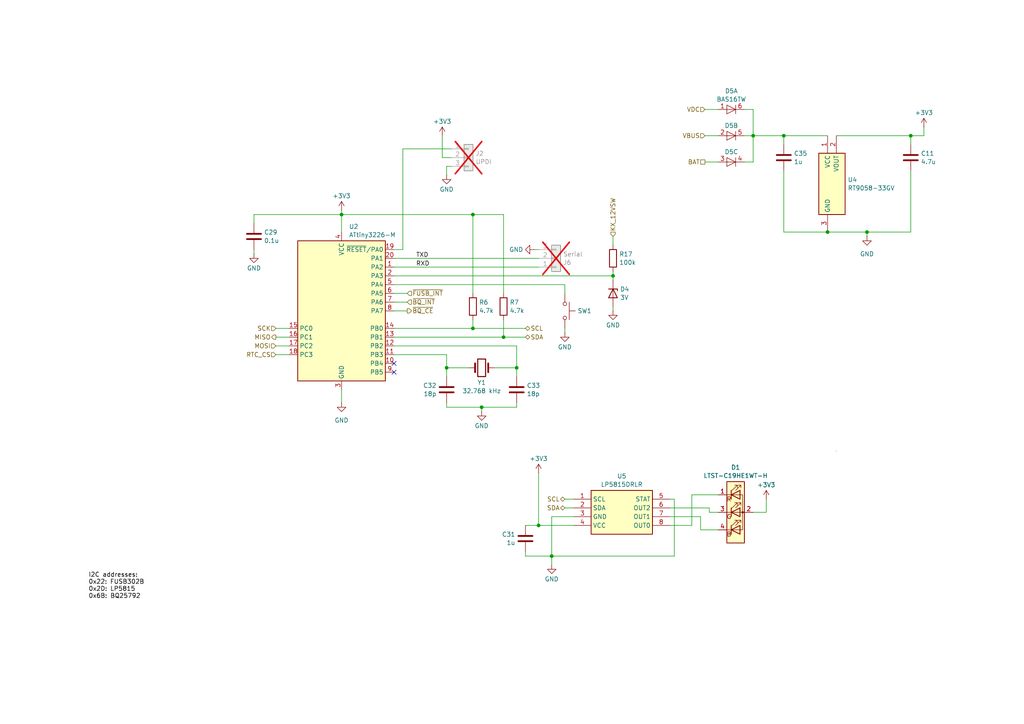
<source format=kicad_sch>
(kicad_sch (version 20250114) (generator "eeschema") (generator_version "9.0")
  (paper "A4")
  (title_block (title "Microcontroller and RTC") (comment 1 "CC BY-SA 4.0") (comment 2 "© 2025 HB9DQM"))
  (lib_symbols
    (symbol "Connector_Generic:Conn_01x03" (pin_names (offset 1.016) (hide yes))
      (property "Reference" "J" (at 0 5.08 0))
      (property "Value" "Conn_01x03" (at 0 -5.08 0))
      (symbol "Conn_01x03_1_1"
        (rectangle (start -1.27 3.81) (end 1.27 -3.81) (stroke (width 0.254)) (fill (type background)))
        (rectangle (start -1.27 2.667) (end 0 2.413) (stroke (width 0.1524)))
        (rectangle (start -1.27 0.127) (end 0 -0.127) (stroke (width 0.1524)))
        (rectangle (start -1.27 -2.413) (end 0 -2.667) (stroke (width 0.1524)))
        (pin passive line (at -5.08 2.54 0) (length 3.81) (name "Pin_1") (number "1"))
        (pin passive line (at -5.08 0 0) (length 3.81) (name "Pin_2") (number "2"))
        (pin passive line (at -5.08 -2.54 0) (length 3.81) (name "Pin_3") (number "3"))
      )
    )
    (symbol "Device:C" (pin_numbers (hide yes)) (pin_names (offset 0.254))
      (property "Reference" "C" (at 0.635 2.54 0))
      (property "Value" "C" (at 0.635 -2.54 0))
      (symbol "C_0_1"
        (polyline (pts (xy -2.032 0.762) (xy 2.032 0.762)) (stroke (width 0.508)))
        (polyline (pts (xy -2.032 -0.762) (xy 2.032 -0.762)) (stroke (width 0.508)))
      )
      (symbol "C_1_1"
        (pin passive line (at 0 3.81 270) (length 2.794) (name "~") (number "1"))
        (pin passive line (at 0 -3.81 90) (length 2.794) (name "~") (number "2"))
      )
    )
    (symbol "Device:Crystal" (pin_numbers (hide yes)) (pin_names (offset 1.016) (hide yes))
      (property "Reference" "Y" (at 0 3.81 0))
      (property "Value" "Crystal" (at 0 -3.81 0))
      (symbol "Crystal_0_1"
        (polyline (pts (xy -2.54 0) (xy -1.905 0)))
        (polyline (pts (xy -1.905 -1.27) (xy -1.905 1.27)) (stroke (width 0.508)))
        (rectangle (start -1.143 2.54) (end 1.143 -2.54) (stroke (width 0.3048)))
        (polyline (pts (xy 1.905 -1.27) (xy 1.905 1.27)) (stroke (width 0.508)))
        (polyline (pts (xy 2.54 0) (xy 1.905 0)))
      )
      (symbol "Crystal_1_1"
        (pin passive line (at -3.81 0 0) (length 1.27) (name "1") (number "1"))
        (pin passive line (at 3.81 0 180) (length 1.27) (name "2") (number "2"))
      )
    )
    (symbol "Device:D_Zener" (pin_numbers (hide yes)) (pin_names (offset 1.016) (hide yes))
      (property "Reference" "D" (at 0 2.54 0))
      (property "Value" "D_Zener" (at 0 -2.54 0))
      (symbol "D_Zener_0_1"
        (polyline (pts (xy -1.27 -1.27) (xy -1.27 1.27) (xy -0.762 1.27)) (stroke (width 0.254)))
        (polyline (pts (xy 1.27 0) (xy -1.27 0)))
        (polyline (pts (xy 1.27 -1.27) (xy 1.27 1.27) (xy -1.27 0) (xy 1.27 -1.27)) (stroke (width 0.254)))
      )
      (symbol "D_Zener_1_1"
        (pin passive line (at -3.81 0 0) (length 2.54) (name "K") (number "1"))
        (pin passive line (at 3.81 0 180) (length 2.54) (name "A") (number "2"))
      )
    )
    (symbol "Device:R" (pin_numbers (hide yes)) (pin_names (offset 0))
      (property "Reference" "R" (at 2.032 0 90))
      (property "Value" "R" (at 0 0 90))
      (symbol "R_0_1"
        (rectangle (start -1.016 -2.54) (end 1.016 2.54) (stroke (width 0.254)))
      )
      (symbol "R_1_1"
        (pin passive line (at 0 3.81 270) (length 1.27) (name "~") (number "1"))
        (pin passive line (at 0 -3.81 90) (length 1.27) (name "~") (number "2"))
      )
    )
    (symbol "Diode:BAS16TW" (pin_names (offset 1.016) (hide yes))
      (property "Reference" "D" (at 0 2.54 0))
      (property "Value" "BAS16TW" (at 0 -2.54 0))
      (symbol "BAS16TW_0_1"
        (polyline (pts (xy -1.27 1.27) (xy -1.27 -1.27)) (stroke (width 0.1524)))
        (polyline (pts (xy 1.27 1.27) (xy 1.27 -1.27)))
        (polyline (pts (xy 1.27 1.27) (xy -1.27 0) (xy 1.27 -1.27)))
        (polyline (pts (xy 1.27 0) (xy -1.27 0)))
      )
      (symbol "BAS16TW_1_1"
        (pin passive line (at -3.81 0 0) (length 2.54) (name "K") (number "6"))
        (pin passive line (at 3.81 0 180) (length 2.54) (name "A") (number "1"))
      )
      (symbol "BAS16TW_2_1"
        (pin passive line (at -3.81 0 0) (length 2.54) (name "K") (number "5"))
        (pin passive line (at 3.81 0 180) (length 2.54) (name "A") (number "2"))
      )
      (symbol "BAS16TW_3_1"
        (pin passive line (at -3.81 0 0) (length 2.54) (name "K") (number "4"))
        (pin passive line (at 3.81 0 180) (length 2.54) (name "A") (number "3"))
      )
    )
    (symbol "LED:APFA3010" (pin_names (offset 0) (hide yes))
      (property "Reference" "D" (at 0 10.16 0))
      (property "Value" "APFA3010" (at 0 -10.16 0))
      (symbol "APFA3010_0_0"
        (text "R" (at -1.905 3.81 0) (effects (font (size 1.27 1.27))))
        (text "G" (at -1.905 -1.27 0) (effects (font (size 1.27 1.27))))
        (text "B" (at -1.905 -6.35 0) (effects (font (size 1.27 1.27))))
      )
      (symbol "APFA3010_0_1"
        (polyline (pts (xy -2.54 -5.08) (xy 1.27 -5.08)))
        (rectangle (start -2.54 -8.89) (end 2.54 8.89) (stroke (width 0.254)) (fill (type background)))
        (polyline (pts (xy -1.27 6.35) (xy -1.27 3.81)) (stroke (width 0.254)))
        (polyline (pts (xy -1.27 1.27) (xy -1.27 -1.27)) (stroke (width 0.254)))
        (polyline (pts (xy -1.27 -3.81) (xy -1.27 -6.35)) (stroke (width 0.254)))
        (polyline (pts (xy -1.016 6.35) (xy 0.508 7.874) (xy -0.254 7.874) (xy 0.508 7.874) (xy 0.508 7.112)))
        (polyline (pts (xy -1.016 1.27) (xy 0.508 2.794) (xy -0.254 2.794) (xy 0.508 2.794) (xy 0.508 2.032)))
        (polyline (pts (xy -1.016 -3.81) (xy 0.508 -2.286) (xy -0.254 -2.286) (xy 0.508 -2.286) (xy 0.508 -3.048)))
        (polyline (pts (xy 0 6.35) (xy 1.524 7.874) (xy 0.762 7.874) (xy 1.524 7.874) (xy 1.524 7.112)))
        (polyline (pts (xy 0 1.27) (xy 1.524 2.794) (xy 0.762 2.794) (xy 1.524 2.794) (xy 1.524 2.032)))
        (polyline (pts (xy 0 -3.81) (xy 1.524 -2.286) (xy 0.762 -2.286) (xy 1.524 -2.286) (xy 1.524 -3.048)))
        (polyline (pts (xy 1.27 6.35) (xy 1.27 3.81) (xy -1.27 5.08) (xy 1.27 6.35)) (stroke (width 0.254)))
        (rectangle (start 1.27 6.35) (end 1.27 6.35))
        (polyline (pts (xy 1.27 5.08) (xy -2.54 5.08)))
        (polyline (pts (xy 1.27 1.27) (xy 1.27 -1.27) (xy -1.27 0) (xy 1.27 1.27)) (stroke (width 0.254)))
        (polyline (pts (xy 1.27 -3.81) (xy 1.27 -6.35) (xy -1.27 -5.08) (xy 1.27 -3.81)) (stroke (width 0.254)))
        (polyline (pts (xy 1.27 -5.08) (xy 2.032 -5.08) (xy 2.032 5.08) (xy 1.27 5.08)))
        (circle (center 2.032 0) (radius 0.254) (fill (type outline)))
        (polyline (pts (xy 2.54 0) (xy -2.54 0)))
      )
      (symbol "APFA3010_1_1"
        (pin input line (at -5.08 5.08 0) (length 2.54) (name "R") (number "1"))
        (pin input line (at -5.08 0 0) (length 2.54) (name "G") (number "3"))
        (pin input line (at -5.08 -5.08 0) (length 2.54) (name "B") (number "4"))
        (pin power_in line (at 5.08 0 180) (length 2.54) (name "A") (number "2"))
      )
    )
    (symbol "LP5815DRLR:LP5815DRLR"
      (property "Reference" "IC" (at 24.13 7.62 0))
      (property "Value" "LP5815DRLR" (at 24.13 5.08 0))
      (symbol "LP5815DRLR_1_1"
        (rectangle (start 5.08 2.54) (end 22.86 -10.16) (stroke (width 0.254)) (fill (type background)))
        (pin passive line (at 0 0 0) (length 5.08) (name "SCL") (number "1"))
        (pin passive line (at 0 -2.54 0) (length 5.08) (name "SDA") (number "2"))
        (pin passive line (at 0 -5.08 0) (length 5.08) (name "GND") (number "3"))
        (pin passive line (at 0 -7.62 0) (length 5.08) (name "VCC") (number "4"))
        (pin passive line (at 27.94 0 180) (length 5.08) (name "STAT") (number "5"))
        (pin passive line (at 27.94 -2.54 180) (length 5.08) (name "OUT2") (number "6"))
        (pin passive line (at 27.94 -5.08 180) (length 5.08) (name "OUT1") (number "7"))
        (pin passive line (at 27.94 -7.62 180) (length 5.08) (name "OUT0") (number "8"))
      )
    )
    (symbol "MCU_Microchip_ATtiny:ATtiny3226-M"
      (property "Reference" "U" (at -12.7 21.59 0))
      (property "Value" "ATtiny3226-M" (at 2.54 -21.59 0))
      (symbol "ATtiny3226-M_0_1"
        (rectangle (start -12.7 -20.32) (end 12.7 20.32) (stroke (width 0.254)) (fill (type background)))
      )
      (symbol "ATtiny3226-M_1_1"
        (pin bidirectional line (at -15.24 -5.08 0) (length 2.54) (name "PC0") (number "15"))
        (pin bidirectional line (at -15.24 -7.62 0) (length 2.54) (name "PC1") (number "16"))
        (pin bidirectional line (at -15.24 -10.16 0) (length 2.54) (name "PC2") (number "17"))
        (pin bidirectional line (at -15.24 -12.7 0) (length 2.54) (name "PC3") (number "18"))
        (pin power_in line (at 0 22.86 270) (length 2.54) (name "VCC") (number "4"))
        (pin passive line (at 0 -22.86 90) (length 2.54) (hide yes) (name "GND") (number "21"))
        (pin power_in line (at 0 -22.86 90) (length 2.54) (name "GND") (number "3"))
        (pin bidirectional line (at 15.24 17.78 180) (length 2.54) (name "~{RESET}/PA0") (number "19"))
        (pin bidirectional line (at 15.24 15.24 180) (length 2.54) (name "PA1") (number "20"))
        (pin bidirectional line (at 15.24 12.7 180) (length 2.54) (name "PA2") (number "1"))
        (pin bidirectional line (at 15.24 10.16 180) (length 2.54) (name "PA3") (number "2"))
        (pin bidirectional line (at 15.24 7.62 180) (length 2.54) (name "PA4") (number "5"))
        (pin bidirectional line (at 15.24 5.08 180) (length 2.54) (name "PA5") (number "6"))
        (pin bidirectional line (at 15.24 2.54 180) (length 2.54) (name "PA6") (number "7"))
        (pin bidirectional line (at 15.24 0 180) (length 2.54) (name "PA7") (number "8"))
        (pin bidirectional line (at 15.24 -5.08 180) (length 2.54) (name "PB0") (number "14"))
        (pin bidirectional line (at 15.24 -7.62 180) (length 2.54) (name "PB1") (number "13"))
        (pin bidirectional line (at 15.24 -10.16 180) (length 2.54) (name "PB2") (number "12"))
        (pin bidirectional line (at 15.24 -12.7 180) (length 2.54) (name "PB3") (number "11"))
        (pin bidirectional line (at 15.24 -15.24 180) (length 2.54) (name "PB4") (number "10"))
        (pin bidirectional line (at 15.24 -17.78 180) (length 2.54) (name "PB5") (number "9"))
      )
    )
    (symbol "RT9058-33GV:RT9058-33GV"
      (property "Reference" "IC" (at 24.13 7.62 0))
      (property "Value" "RT9058-33GV" (at 24.13 5.08 0))
      (symbol "RT9058-33GV_1_1"
        (rectangle (start 5.08 2.54) (end 22.86 -5.08) (stroke (width 0.254)) (fill (type background)))
        (pin passive line (at 0 0 0) (length 5.08) (name "VCC") (number "1"))
        (pin passive line (at 0 -2.54 0) (length 5.08) (name "VOUT") (number "2"))
        (pin passive line (at 27.94 0 180) (length 5.08) (name "GND") (number "3"))
      )
    )
    (symbol "Switch:SW_Push" (pin_numbers (hide yes)) (pin_names (offset 1.016) (hide yes))
      (property "Reference" "SW" (at 1.27 2.54 0))
      (property "Value" "SW_Push" (at 0 -1.524 0))
      (symbol "SW_Push_0_1"
        (circle (center -2.032 0) (radius 0.508))
        (polyline (pts (xy 0 1.27) (xy 0 3.048)))
        (circle (center 2.032 0) (radius 0.508))
        (polyline (pts (xy 2.54 1.27) (xy -2.54 1.27)))
        (pin passive line (at -5.08 0 0) (length 2.54) (name "1") (number "1"))
        (pin passive line (at 5.08 0 180) (length 2.54) (name "2") (number "2"))
      )
    )
    (symbol "power:+3V3" (power) (pin_numbers (hide yes)) (pin_names (offset 0) (hide yes))
      (property "Value" "+3V3" (at 0 3.556 0))
      (symbol "+3V3_0_1"
        (polyline (pts (xy -0.762 1.27) (xy 0 2.54)))
        (polyline (pts (xy 0 2.54) (xy 0.762 1.27)))
        (polyline (pts (xy 0 0) (xy 0 2.54)))
      )
      (symbol "+3V3_1_1"
        (pin power_in line (at 0 0 90) (length 0) (name "~") (number "1"))
      )
    )
    (symbol "power:GND" (power) (pin_numbers (hide yes)) (pin_names (offset 0) (hide yes))
      (property "Value" "GND" (at 0 -3.81 0))
      (symbol "GND_0_1"
        (polyline (pts (xy 0 0) (xy 0 -1.27) (xy 1.27 -1.27) (xy 0 -2.54) (xy -1.27 -1.27) (xy 0 -1.27)))
      )
      (symbol "GND_1_1"
        (pin power_in line (at 0 0 270) (length 0) (name "~") (number "1"))
      )
    )
  )
  (rectangle (start 242.57 130.81) (end 242.57 130.81))
  (text "I2C addresses:\n0x22: FUSB302B\n0x2D: LP5815\n0x6B: BQ25792" (at 25.654 169.926 0) (effects (font (size 1.27 1.27)) (justify left)))
  (junction (at 160.02 161.29))
  (junction (at 264.16 39.37))
  (junction (at 149.86 106.68))
  (junction (at 99.06 62.23))
  (junction (at 146.05 97.79))
  (junction (at 137.16 95.25))
  (junction (at 240.03 67.31))
  (junction (at 139.7 118.11))
  (junction (at 129.54 106.68))
  (junction (at 156.21 152.4))
  (junction (at 137.16 62.23))
  (junction (at 227.33 39.37))
  (junction (at 218.44 39.37))
  (junction (at 177.8 80.01))
  (junction (at 251.46 67.31))
  (no_connect (at 114.3 105.41))
  (no_connect (at 114.3 107.95))
  (wire (pts (xy 130.81 48.26) (xy 129.54 48.26)))
  (wire (pts (xy 73.66 62.23) (xy 99.06 62.23)))
  (wire (pts (xy 208.28 148.59) (xy 205.74 148.59)))
  (wire (pts (xy 205.74 147.32) (xy 194.31 147.32)))
  (wire (pts (xy 203.2 153.67) (xy 208.28 153.67)))
  (wire (pts (xy 163.83 82.55) (xy 163.83 85.09)))
  (wire (pts (xy 154.94 72.39) (xy 156.21 72.39)))
  (wire (pts (xy 227.33 67.31) (xy 240.03 67.31)))
  (wire (pts (xy 215.9 39.37) (xy 218.44 39.37)))
  (wire (pts (xy 163.83 144.78) (xy 166.37 144.78)))
  (wire (pts (xy 80.01 97.79) (xy 83.82 97.79)))
  (wire (pts (xy 194.31 149.86) (xy 203.2 149.86)))
  (wire (pts (xy 114.3 77.47) (xy 156.21 77.47)))
  (wire (pts (xy 218.44 148.59) (xy 222.25 148.59)))
  (wire (pts (xy 128.27 39.37) (xy 128.27 45.72)))
  (wire (pts (xy 143.51 106.68) (xy 149.86 106.68)))
  (wire (pts (xy 114.3 80.01) (xy 177.8 80.01)))
  (wire (pts (xy 222.25 148.59) (xy 222.25 144.78)))
  (wire (pts (xy 116.84 43.18) (xy 116.84 72.39)))
  (wire (pts (xy 242.57 39.37) (xy 264.16 39.37)))
  (wire (pts (xy 146.05 85.09) (xy 146.05 62.23)))
  (wire (pts (xy 251.46 67.31) (xy 251.46 68.58)))
  (wire (pts (xy 114.3 97.79) (xy 146.05 97.79)))
  (wire (pts (xy 166.37 149.86) (xy 160.02 149.86)))
  (wire (pts (xy 114.3 85.09) (xy 118.11 85.09)))
  (wire (pts (xy 114.3 74.93) (xy 156.21 74.93)))
  (wire (pts (xy 204.47 39.37) (xy 208.28 39.37)))
  (wire (pts (xy 160.02 161.29) (xy 160.02 163.83)))
  (wire (pts (xy 139.7 118.11) (xy 149.86 118.11)))
  (wire (pts (xy 99.06 62.23) (xy 99.06 67.31)))
  (wire (pts (xy 114.3 90.17) (xy 118.11 90.17)))
  (wire (pts (xy 149.86 100.33) (xy 149.86 106.68)))
  (wire (pts (xy 129.54 116.84) (xy 129.54 118.11)))
  (wire (pts (xy 99.06 62.23) (xy 137.16 62.23)))
  (wire (pts (xy 128.27 45.72) (xy 130.81 45.72)))
  (wire (pts (xy 163.83 95.25) (xy 163.83 96.52)))
  (wire (pts (xy 218.44 46.99) (xy 218.44 39.37)))
  (wire (pts (xy 146.05 92.71) (xy 146.05 97.79)))
  (wire (pts (xy 163.83 147.32) (xy 166.37 147.32)))
  (wire (pts (xy 146.05 97.79) (xy 152.4 97.79)))
  (wire (pts (xy 200.66 143.51) (xy 208.28 143.51)))
  (wire (pts (xy 152.4 160.02) (xy 152.4 161.29)))
  (wire (pts (xy 195.58 144.78) (xy 195.58 161.29)))
  (wire (pts (xy 264.16 49.53) (xy 264.16 67.31)))
  (wire (pts (xy 218.44 31.75) (xy 218.44 39.37)))
  (wire (pts (xy 114.3 102.87) (xy 129.54 102.87)))
  (wire (pts (xy 205.74 148.59) (xy 205.74 147.32)))
  (wire (pts (xy 139.7 118.11) (xy 139.7 119.38)))
  (wire (pts (xy 204.47 46.99) (xy 208.28 46.99)))
  (wire (pts (xy 204.47 31.75) (xy 208.28 31.75)))
  (wire (pts (xy 203.2 149.86) (xy 203.2 153.67)))
  (wire (pts (xy 215.9 46.99) (xy 218.44 46.99)))
  (wire (pts (xy 177.8 78.74) (xy 177.8 80.01)))
  (wire (pts (xy 156.21 152.4) (xy 166.37 152.4)))
  (wire (pts (xy 114.3 87.63) (xy 118.11 87.63)))
  (wire (pts (xy 129.54 102.87) (xy 129.54 106.68)))
  (wire (pts (xy 227.33 39.37) (xy 227.33 41.91)))
  (wire (pts (xy 177.8 80.01) (xy 177.8 81.28)))
  (wire (pts (xy 218.44 39.37) (xy 227.33 39.37)))
  (wire (pts (xy 137.16 92.71) (xy 137.16 95.25)))
  (wire (pts (xy 129.54 106.68) (xy 135.89 106.68)))
  (wire (pts (xy 264.16 39.37) (xy 264.16 41.91)))
  (wire (pts (xy 129.54 106.68) (xy 129.54 109.22)))
  (wire (pts (xy 80.01 95.25) (xy 83.82 95.25)))
  (wire (pts (xy 116.84 43.18) (xy 130.81 43.18)))
  (wire (pts (xy 137.16 85.09) (xy 137.16 62.23)))
  (wire (pts (xy 152.4 152.4) (xy 156.21 152.4)))
  (wire (pts (xy 240.03 67.31) (xy 251.46 67.31)))
  (wire (pts (xy 160.02 149.86) (xy 160.02 161.29)))
  (wire (pts (xy 177.8 68.58) (xy 177.8 71.12)))
  (wire (pts (xy 114.3 95.25) (xy 137.16 95.25)))
  (wire (pts (xy 194.31 144.78) (xy 195.58 144.78)))
  (wire (pts (xy 80.01 100.33) (xy 83.82 100.33)))
  (wire (pts (xy 200.66 152.4) (xy 200.66 143.51)))
  (wire (pts (xy 149.86 106.68) (xy 149.86 109.22)))
  (wire (pts (xy 146.05 62.23) (xy 137.16 62.23)))
  (wire (pts (xy 99.06 113.03) (xy 99.06 116.84)))
  (wire (pts (xy 267.97 39.37) (xy 267.97 36.83)))
  (wire (pts (xy 73.66 62.23) (xy 73.66 64.77)))
  (wire (pts (xy 251.46 67.31) (xy 264.16 67.31)))
  (wire (pts (xy 227.33 39.37) (xy 240.03 39.37)))
  (wire (pts (xy 114.3 82.55) (xy 163.83 82.55)))
  (wire (pts (xy 177.8 88.9) (xy 177.8 90.17)))
  (wire (pts (xy 80.01 102.87) (xy 83.82 102.87)))
  (wire (pts (xy 137.16 95.25) (xy 152.4 95.25)))
  (wire (pts (xy 156.21 137.16) (xy 156.21 152.4)))
  (wire (pts (xy 99.06 60.96) (xy 99.06 62.23)))
  (wire (pts (xy 194.31 152.4) (xy 200.66 152.4)))
  (wire (pts (xy 152.4 161.29) (xy 160.02 161.29)))
  (wire (pts (xy 195.58 161.29) (xy 160.02 161.29)))
  (wire (pts (xy 73.66 72.39) (xy 73.66 73.66)))
  (wire (pts (xy 129.54 118.11) (xy 139.7 118.11)))
  (wire (pts (xy 116.84 72.39) (xy 114.3 72.39)))
  (wire (pts (xy 149.86 116.84) (xy 149.86 118.11)))
  (wire (pts (xy 129.54 48.26) (xy 129.54 50.8)))
  (wire (pts (xy 114.3 100.33) (xy 149.86 100.33)))
  (wire (pts (xy 227.33 49.53) (xy 227.33 67.31)))
  (wire (pts (xy 264.16 39.37) (xy 267.97 39.37)))
  (wire (pts (xy 215.9 31.75) (xy 218.44 31.75)))
  (label "RXD" (at 120.65 77.47 0))
  (label "TXD" (at 120.65 74.93 0))
  (hierarchical_label "SCL" (shape bidirectional) (at 152.4 95.25 0))
  (hierarchical_label "BAT" (shape passive) (at 204.47 46.99 180))
  (hierarchical_label "MISO" (shape output) (at 80.01 97.79 180))
  (hierarchical_label "~{BQ_INT}" (shape input) (at 118.11 87.63 0))
  (hierarchical_label "~{FUSB_INT}" (shape input) (at 118.11 85.09 0))
  (hierarchical_label "SDA" (shape bidirectional) (at 163.83 147.32 180))
  (hierarchical_label "RTC_CS" (shape input) (at 80.01 102.87 180))
  (hierarchical_label "VDC" (shape input) (at 204.47 31.75 180))
  (hierarchical_label "KX_12VSW" (shape input) (at 177.8 68.58 90))
  (hierarchical_label "SCK" (shape input) (at 80.01 95.25 180))
  (hierarchical_label "SDA" (shape bidirectional) (at 152.4 97.79 0))
  (hierarchical_label "MOSI" (shape input) (at 80.01 100.33 180))
  (hierarchical_label "VBUS" (shape input) (at 204.47 39.37 180))
  (hierarchical_label "~{BQ_CE}" (shape output) (at 118.11 90.17 0))
  (hierarchical_label "SCL" (shape bidirectional) (at 163.83 144.78 180))
  (symbol (lib_id "Device:R") (at 137.16 88.9 0) (unit 1)
    (property "Reference" "R6" (at 138.938 87.6878 0) (effects (justify left)))
    (property "Value" "4.7k" (at 138.938 90.1121 0) (effects (justify left)))
    (property "Footprint" "Resistor_SMD:R_0402_1005Metric" (effects (hide yes)))
    (property "Description" "Resistor" (effects (hide yes)))
    (property "LCSC" "C25900" (effects (hide yes)))
  )
  (symbol (lib_id "power:+3V3") (at 222.25 144.78 0) (unit 1)
    (property "Reference" "#PWR031" (effects (hide yes)))
    (property "Value" "+3V3" (at 222.25 140.6469 0))
    (property "Description" "Power symbol creates a global label with name \"+3V3\"" (effects (hide yes)))
  )
  (symbol (lib_id "power:GND") (at 154.94 72.39 270) (unit 1)
    (property "Reference" "#PWR013" (effects (hide yes)))
    (property "Value" "GND" (at 151.7651 72.39 90) (effects (justify right)))
    (property "Description" "Power symbol creates a global label with name \"GND\" , ground" (effects (hide yes)))
  )
  (symbol (lib_id "Device:C") (at 152.4 156.21 0) (mirror y) (unit 1)
    (property "Reference" "C31" (at 149.479 154.9978 0) (effects (justify left)))
    (property "Value" "1u" (at 149.479 157.4221 0) (effects (justify left)))
    (property "Footprint" "Capacitor_SMD:C_0402_1005Metric" (effects (hide yes)))
    (property "Description" "Unpolarized capacitor" (effects (hide yes)))
    (property "LCSC" "C52923" (effects (hide yes)))
  )
  (symbol (lib_id "Device:Crystal") (at 139.7 106.68 0) (unit 1)
    (property "Reference" "Y1" (at 139.7 110.9655 0))
    (property "Value" "32.768 kHz" (at 139.7 113.3898 0))
    (property "Footprint" "Crystal:Crystal_SMD_2012-2Pin_2.0x1.2mm" (effects (hide yes)))
    (property "Description" "Two pin crystal" (effects (hide yes)))
    (property "LCSC" "C276423" (effects (hide yes)))
  )
  (symbol (lib_id "Switch:SW_Push") (at 163.83 90.17 270) (unit 1)
    (property "Reference" "SW1" (at 167.513 90.17 90) (effects (justify left)))
    (property "Value" "SW_Push" (effects (hide yes)))
    (property "Footprint" "Button_Switch_SMD:SW_SPST_TS-1088-xR020" (effects (hide yes)))
    (property "Description" "Push button switch, generic, two pins" (effects (hide yes)))
    (property "LCSC" "C720477" (effects (hide yes)))
  )
  (symbol (lib_id "RT9058-33GV:RT9058-33GV") (at 240.03 39.37 90) (mirror x) (unit 1)
    (property "Reference" "U4" (at 245.872 52.1278 90) (effects (justify right)))
    (property "Value" "RT9058-33GV" (at 245.872 54.5521 90) (effects (justify right)))
    (property "Footprint" "Package_TO_SOT_SMD:SOT-23-3" (effects (hide yes)))
    (property "Datasheet" "https://datasheet.datasheetarchive.com/originals/distributors/Datasheets-DGA25/1781626.pdf" (effects (hide yes)))
    (property "Description" "RICHTEK - RT9058-33GV - LDO, FIXED, 3.3V, 0.1A, SOT-23-3" (effects (hide yes)))
    (property "Height" "1.295" (effects (hide yes)))
    (property "Manufacturer_Name" "RICHTEK" (effects (hide yes)))
    (property "Manufacturer_Part_Number" "RT9058-33GV" (effects (hide yes)))
    (property "Mouser Part Number" "835-RT9058-33GV" (effects (hide yes)))
    (property "Mouser Price/Stock" "https://www.mouser.co.uk/ProductDetail/Richtek/RT9058-33GV?qs=amGC7iS6iy%2FSfqdFdY%252BuFw%3D%3D" (effects (hide yes)))
    (property "LCSC" "C147968" (effects (hide yes)))
  )
  (symbol (lib_id "Device:D_Zener") (at 177.8 85.09 270) (unit 1)
    (property "Reference" "D4" (at 179.832 83.8778 90) (effects (justify left)))
    (property "Value" "3V" (at 179.832 86.3021 90) (effects (justify left)))
    (property "Footprint" "Diode_SMD:D_SOD-523" (effects (hide yes)))
    (property "Description" "Zener diode" (effects (hide yes)))
    (property "LCSC" "C5248671" (effects (hide yes)))
  )
  (symbol (lib_id "Device:C") (at 129.54 113.03 180) (unit 1)
    (property "Reference" "C32" (at 126.619 111.8178 0) (effects (justify left)))
    (property "Value" "18p" (at 126.619 114.2421 0) (effects (justify left)))
    (property "Footprint" "Capacitor_SMD:C_0402_1005Metric" (effects (hide yes)))
    (property "Description" "Unpolarized capacitor" (effects (hide yes)))
    (property "LCSC" "C1549" (effects (hide yes)))
  )
  (symbol (lib_id "Device:R") (at 146.05 88.9 0) (unit 1)
    (property "Reference" "R7" (at 147.828 87.6878 0) (effects (justify left)))
    (property "Value" "4.7k" (at 147.828 90.1121 0) (effects (justify left)))
    (property "Footprint" "Resistor_SMD:R_0402_1005Metric" (effects (hide yes)))
    (property "Description" "Resistor" (effects (hide yes)))
    (property "LCSC" "C25900" (effects (hide yes)))
  )
  (symbol (lib_id "power:GND") (at 129.54 50.8 0) (unit 1)
    (property "Reference" "#PWR016" (effects (hide yes)))
    (property "Value" "GND" (at 129.54 54.9331 0))
    (property "Description" "Power symbol creates a global label with name \"GND\" , ground" (effects (hide yes)))
  )
  (symbol (lib_id "power:+3V3") (at 267.97 36.83 0) (unit 1)
    (property "Reference" "#PWR04" (effects (hide yes)))
    (property "Value" "+3V3" (at 267.97 32.6969 0))
    (property "Description" "Power symbol creates a global label with name \"+3V3\"" (effects (hide yes)))
  )
  (symbol (lib_id "power:GND") (at 160.02 163.83 0) (unit 1)
    (property "Reference" "#PWR017" (effects (hide yes)))
    (property "Value" "GND" (at 160.02 167.9631 0))
    (property "Description" "Power symbol creates a global label with name \"GND\" , ground" (effects (hide yes)))
  )
  (symbol (lib_id "power:+3V3") (at 156.21 137.16 0) (unit 1)
    (property "Reference" "#PWR030" (effects (hide yes)))
    (property "Value" "+3V3" (at 156.21 133.0269 0))
    (property "Description" "Power symbol creates a global label with name \"+3V3\"" (effects (hide yes)))
  )
  (symbol (lib_id "Diode:BAS16TW") (at 212.09 39.37 180) (unit 2)
    (property "Reference" "D5" (at 212.1281 36.4307 0))
    (property "Value" "BAS16TW" (effects (hide yes)))
    (property "Footprint" "Package_TO_SOT_SMD:SOT-363_SC-70-6" (effects (hide yes)))
    (property "Datasheet" "http://www.diodes.com/datasheets/ds30154.pdf" (effects (hide yes)))
    (property "Description" "Fast switching diode array 3 independent" (effects (hide yes)))
    (property "LCSC" "C155382" (effects (hide yes)))
  )
  (symbol (lib_id "Diode:BAS16TW") (at 212.09 31.75 180) (unit 1)
    (property "Reference" "D5" (at 212.1281 26.3863 0))
    (property "Value" "BAS16TW" (at 212.1281 28.8106 0))
    (property "Footprint" "Package_TO_SOT_SMD:SOT-363_SC-70-6" (effects (hide yes)))
    (property "Datasheet" "http://www.diodes.com/datasheets/ds30154.pdf" (effects (hide yes)))
    (property "Description" "Fast switching diode array 3 independent" (effects (hide yes)))
    (property "LCSC" "C155382" (effects (hide yes)))
  )
  (symbol (lib_id "Device:C") (at 264.16 45.72 0) (unit 1)
    (property "Reference" "C11" (at 267.081 44.5078 0) (effects (justify left)))
    (property "Value" "4.7u" (at 267.081 46.9321 0) (effects (justify left)))
    (property "Footprint" "Capacitor_SMD:C_0402_1005Metric" (effects (hide yes)))
    (property "Description" "Unpolarized capacitor" (effects (hide yes)))
    (property "LCSC" "C23733" (effects (hide yes)))
  )
  (symbol (lib_id "power:GND") (at 251.46 68.58 0) (unit 1)
    (property "Reference" "#PWR012" (effects (hide yes)))
    (property "Value" "GND" (at 251.46 73.66 0))
    (property "Description" "Power symbol creates a global label with name \"GND\" , ground" (effects (hide yes)))
  )
  (symbol (lib_id "power:GND") (at 177.8 90.17 0) (unit 1)
    (property "Reference" "#PWR028" (effects (hide yes)))
    (property "Value" "GND" (at 177.8 94.3031 0))
    (property "Description" "Power symbol creates a global label with name \"GND\" , ground" (effects (hide yes)))
  )
  (symbol (lib_id "Device:C") (at 227.33 45.72 0) (unit 1)
    (property "Reference" "C35" (at 230.251 44.5078 0) (effects (justify left)))
    (property "Value" "1u" (at 230.251 46.9321 0) (effects (justify left)))
    (property "Footprint" "Capacitor_SMD:C_0402_1005Metric" (effects (hide yes)))
    (property "Description" "Unpolarized capacitor" (effects (hide yes)))
    (property "LCSC" "C52923" (effects (hide yes)))
  )
  (symbol (lib_id "power:+3V3") (at 128.27 39.37 0) (unit 1)
    (property "Reference" "#PWR011" (effects (hide yes)))
    (property "Value" "+3V3" (at 128.27 35.2369 0))
    (property "Description" "Power symbol creates a global label with name \"+3V3\"" (effects (hide yes)))
  )
  (symbol (lib_id "power:GND") (at 139.7 119.38 0) (unit 1)
    (property "Reference" "#PWR032" (effects (hide yes)))
    (property "Value" "GND" (at 139.7 123.5131 0))
    (property "Description" "Power symbol creates a global label with name \"GND\" , ground" (effects (hide yes)))
  )
  (symbol (lib_id "Device:C") (at 73.66 68.58 0) (unit 1)
    (property "Reference" "C29" (at 76.581 67.3678 0) (effects (justify left)))
    (property "Value" "0.1u" (at 76.581 69.7921 0) (effects (justify left)))
    (property "Footprint" "Capacitor_SMD:C_0402_1005Metric" (effects (hide yes)))
    (property "Description" "Unpolarized capacitor" (effects (hide yes)))
    (property "LCSC" "C307331" (effects (hide yes)))
  )
  (symbol (lib_id "Device:R") (at 177.8 74.93 0) (unit 1)
    (property "Reference" "R17" (at 179.578 73.7178 0) (effects (justify left)))
    (property "Value" "100k" (at 179.578 76.1421 0) (effects (justify left)))
    (property "Footprint" "Resistor_SMD:R_0402_1005Metric" (effects (hide yes)))
    (property "Description" "Resistor" (effects (hide yes)))
    (property "LCSC" "C25741" (effects (hide yes)))
  )
  (symbol (lib_id "Connector_Generic:Conn_01x03") (at 135.89 45.72 0) (unit 1) (in_bom no) (dnp yes)
    (property "Reference" "J2" (at 137.922 44.5078 0) (effects (justify left)))
    (property "Value" "UPDI" (at 137.922 46.9321 0) (effects (justify left)))
    (property "Footprint" "Connector_PinHeader_2.54mm:PinHeader_1x03_P2.54mm_Vertical" (effects (hide yes)))
    (property "Description" "Generic connector, single row, 01x03, script generated (kicad-library-utils/schlib/autogen/connector/)" (effects (hide yes)))
  )
  (symbol (lib_id "Device:C") (at 149.86 113.03 180) (unit 1)
    (property "Reference" "C33" (at 152.781 111.8178 0) (effects (justify right)))
    (property "Value" "18p" (at 152.781 114.2421 0) (effects (justify right)))
    (property "Footprint" "Capacitor_SMD:C_0402_1005Metric" (effects (hide yes)))
    (property "Description" "Unpolarized capacitor" (effects (hide yes)))
    (property "LCSC" "C1549" (effects (hide yes)))
  )
  (symbol (lib_id "power:+3V3") (at 99.06 60.96 0) (unit 1)
    (property "Reference" "#PWR09" (effects (hide yes)))
    (property "Value" "+3V3" (at 99.06 56.8269 0))
    (property "Description" "Power symbol creates a global label with name \"+3V3\"" (effects (hide yes)))
  )
  (symbol (lib_id "power:GND") (at 163.83 96.52 0) (unit 1)
    (property "Reference" "#PWR015" (effects (hide yes)))
    (property "Value" "GND" (at 163.83 100.6531 0))
    (property "Description" "Power symbol creates a global label with name \"GND\" , ground" (effects (hide yes)))
  )
  (symbol (lib_id "power:GND") (at 73.66 73.66 0) (unit 1)
    (property "Reference" "#PWR025" (effects (hide yes)))
    (property "Value" "GND" (at 73.66 77.7931 0))
    (property "Description" "Power symbol creates a global label with name \"GND\" , ground" (effects (hide yes)))
  )
  (symbol (lib_id "MCU_Microchip_ATtiny:ATtiny3226-M") (at 99.06 90.17 0) (unit 1)
    (property "Reference" "U2" (at 101.2033 65.7055 0) (effects (justify left)))
    (property "Value" "ATtiny3226-M" (at 101.2033 68.1298 0) (effects (justify left)))
    (property "Footprint" "Package_DFN_QFN:VQFN-20-1EP_3x3mm_P0.4mm_EP1.7x1.7mm" (effects (hide yes)))
    (property "Datasheet" "https://ww1.microchip.com/downloads/en/DeviceDoc/ATtiny3224-3226-3227-Data-Sheet-DS40002345A.pdf" (effects (hide yes)))
    (property "Description" "20MHz, 32kB Flash, 3kB SRAM, 256B EEPROM, VQFN-20" (effects (hide yes)))
    (property "LCSC" "C3216895" (effects (hide yes)))
  )
  (symbol (lib_id "Connector_Generic:Conn_01x03") (at 161.29 74.93 0) (mirror x) (unit 1) (in_bom no) (dnp yes)
    (property "Reference" "J6" (at 163.322 76.1422 0) (effects (justify left)))
    (property "Value" "Serial" (at 163.322 73.7179 0) (effects (justify left)))
    (property "Footprint" "Connector_PinHeader_2.54mm:PinHeader_1x03_P2.54mm_Vertical" (effects (hide yes)))
    (property "Description" "Generic connector, single row, 01x03, script generated (kicad-library-utils/schlib/autogen/connector/)" (effects (hide yes)))
  )
  (symbol (lib_id "LP5815DRLR:LP5815DRLR") (at 166.37 144.78 0) (unit 1)
    (property "Reference" "U5" (at 180.34 138.0955 0))
    (property "Value" "LP5815DRLR" (at 180.34 140.5198 0))
    (property "Footprint" "LP5815DRLR:SOTFL50P160X60-8N" (effects (hide yes)))
    (property "Datasheet" "https://www.ti.com/lit/gpn/LP5815" (effects (hide yes)))
    (property "Description" "LED Lighting Driver ICs 3-channel I2C interface RGB LED driver with instant blinking and auto animation control" (effects (hide yes)))
    (property "Height" "0.6" (effects (hide yes)))
    (property "Manufacturer_Name" "Texas Instruments" (effects (hide yes)))
    (property "Manufacturer_Part_Number" "LP5815DRLR" (effects (hide yes)))
    (property "LCSC" "C47262831" (effects (hide yes)))
  )
  (symbol (lib_id "LED:APFA3010") (at 213.36 148.59 0) (unit 1)
    (property "Reference" "D1" (at 213.36 135.5555 0))
    (property "Value" "LTST-C19HE1WT-H" (at 213.36 137.9798 0))
    (property "Footprint" "LED_SMD:LED_LiteOn_LTST-C19HE1WT" (effects (hide yes)))
    (property "Datasheet" "http://www.kingbrightusa.com/images/catalog/SPEC/APFA3010LSEEZGKQBKC.pdf" (effects (hide yes)))
    (property "Description" "LED RGB, Common Anode, SMD, 3.0x1.5mm, Horizontal" (effects (hide yes)))
    (property "LCSC" "C427425" (effects (hide yes)))
  )
  (symbol (lib_id "Diode:BAS16TW") (at 212.09 46.99 180) (unit 3)
    (property "Reference" "D5" (at 212.1281 44.0507 0))
    (property "Value" "BAS16TW" (effects (hide yes)))
    (property "Footprint" "Package_TO_SOT_SMD:SOT-363_SC-70-6" (effects (hide yes)))
    (property "Datasheet" "http://www.diodes.com/datasheets/ds30154.pdf" (effects (hide yes)))
    (property "Description" "Fast switching diode array 3 independent" (effects (hide yes)))
    (property "LCSC" "C155382" (effects (hide yes)))
  )
  (symbol (lib_id "power:GND") (at 99.06 116.84 0) (unit 1)
    (property "Reference" "#PWR010" (effects (hide yes)))
    (property "Value" "GND" (at 99.06 121.92 0))
    (property "Description" "Power symbol creates a global label with name \"GND\" , ground" (effects (hide yes)))
  )
)
</source>
